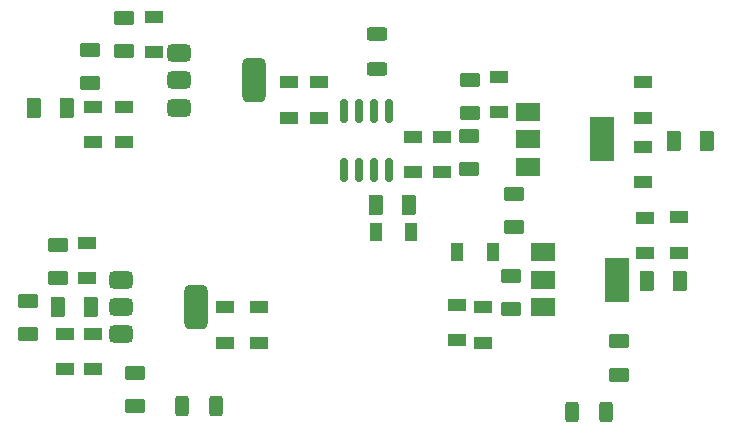
<source format=gtp>
G04 #@! TF.GenerationSoftware,KiCad,Pcbnew,8.0.2*
G04 #@! TF.CreationDate,2024-06-23T21:23:38-04:00*
G04 #@! TF.ProjectId,Homodyne,486f6d6f-6479-46e6-952e-6b696361645f,rev?*
G04 #@! TF.SameCoordinates,Original*
G04 #@! TF.FileFunction,Paste,Top*
G04 #@! TF.FilePolarity,Positive*
%FSLAX46Y46*%
G04 Gerber Fmt 4.6, Leading zero omitted, Abs format (unit mm)*
G04 Created by KiCad (PCBNEW 8.0.2) date 2024-06-23 21:23:38*
%MOMM*%
%LPD*%
G01*
G04 APERTURE LIST*
G04 Aperture macros list*
%AMRoundRect*
0 Rectangle with rounded corners*
0 $1 Rounding radius*
0 $2 $3 $4 $5 $6 $7 $8 $9 X,Y pos of 4 corners*
0 Add a 4 corners polygon primitive as box body*
4,1,4,$2,$3,$4,$5,$6,$7,$8,$9,$2,$3,0*
0 Add four circle primitives for the rounded corners*
1,1,$1+$1,$2,$3*
1,1,$1+$1,$4,$5*
1,1,$1+$1,$6,$7*
1,1,$1+$1,$8,$9*
0 Add four rect primitives between the rounded corners*
20,1,$1+$1,$2,$3,$4,$5,0*
20,1,$1+$1,$4,$5,$6,$7,0*
20,1,$1+$1,$6,$7,$8,$9,0*
20,1,$1+$1,$8,$9,$2,$3,0*%
G04 Aperture macros list end*
%ADD10RoundRect,0.375000X-0.625000X-0.375000X0.625000X-0.375000X0.625000X0.375000X-0.625000X0.375000X0*%
%ADD11RoundRect,0.500000X-0.500000X-1.400000X0.500000X-1.400000X0.500000X1.400000X-0.500000X1.400000X0*%
%ADD12RoundRect,0.250000X0.375000X0.625000X-0.375000X0.625000X-0.375000X-0.625000X0.375000X-0.625000X0*%
%ADD13RoundRect,0.250000X-0.375000X-0.625000X0.375000X-0.625000X0.375000X0.625000X-0.375000X0.625000X0*%
%ADD14R,2.000000X1.500000*%
%ADD15R,2.000000X3.800000*%
%ADD16RoundRect,0.250000X-0.625000X0.375000X-0.625000X-0.375000X0.625000X-0.375000X0.625000X0.375000X0*%
%ADD17RoundRect,0.250000X0.625000X-0.375000X0.625000X0.375000X-0.625000X0.375000X-0.625000X-0.375000X0*%
%ADD18RoundRect,0.150000X0.150000X-0.825000X0.150000X0.825000X-0.150000X0.825000X-0.150000X-0.825000X0*%
%ADD19R,1.600000X1.000000*%
%ADD20R,1.000000X1.600000*%
%ADD21RoundRect,0.250000X-0.312500X-0.625000X0.312500X-0.625000X0.312500X0.625000X-0.312500X0.625000X0*%
%ADD22RoundRect,0.250000X0.312500X0.625000X-0.312500X0.625000X-0.312500X-0.625000X0.312500X-0.625000X0*%
%ADD23RoundRect,0.250000X0.625000X-0.312500X0.625000X0.312500X-0.625000X0.312500X-0.625000X-0.312500X0*%
G04 APERTURE END LIST*
D10*
X136790000Y-96600000D03*
X136790000Y-98900000D03*
X136790000Y-101200000D03*
D11*
X143090000Y-98900000D03*
D12*
X181490000Y-104020000D03*
X178690000Y-104020000D03*
D13*
X124450000Y-101190000D03*
X127250000Y-101190000D03*
D14*
X166310000Y-101590000D03*
X166310000Y-103890000D03*
D15*
X172610000Y-103890000D03*
D14*
X166310000Y-106190000D03*
D16*
X161350000Y-103590000D03*
X161350000Y-106390000D03*
D17*
X129200000Y-99100000D03*
X129200000Y-96300000D03*
X161380000Y-101640000D03*
X161380000Y-98840000D03*
D18*
X150735000Y-106455000D03*
X152005000Y-106455000D03*
X153275000Y-106455000D03*
X154545000Y-106455000D03*
X154545000Y-101505000D03*
X153275000Y-101505000D03*
X152005000Y-101505000D03*
X150735000Y-101505000D03*
D12*
X156260000Y-109450000D03*
X153460000Y-109450000D03*
D17*
X165100000Y-111300000D03*
X165100000Y-108500000D03*
D12*
X179180000Y-115840000D03*
X176380000Y-115840000D03*
D17*
X164840000Y-118230000D03*
X164840000Y-115430000D03*
D10*
X131860000Y-115780000D03*
X131860000Y-118080000D03*
X131860000Y-120380000D03*
D11*
X138160000Y-118080000D03*
D12*
X129286000Y-118059200D03*
X126486000Y-118059200D03*
D14*
X167540000Y-113460000D03*
X167540000Y-115760000D03*
D15*
X173840000Y-115760000D03*
D14*
X167540000Y-118060000D03*
D17*
X126542800Y-115598400D03*
X126542800Y-112798400D03*
D16*
X123952000Y-117573600D03*
X123952000Y-120373600D03*
D19*
X176240000Y-110532500D03*
X176240000Y-113532500D03*
X179070000Y-110490000D03*
X179070000Y-113490000D03*
X127101600Y-120343800D03*
X127101600Y-123343800D03*
D20*
X156440000Y-111760000D03*
X153440000Y-111760000D03*
D19*
X160300000Y-117900000D03*
X160300000Y-120900000D03*
X143510000Y-118110000D03*
X143510000Y-121110000D03*
X129500000Y-101140000D03*
X129500000Y-104140000D03*
X176000000Y-99060000D03*
X176000000Y-102060000D03*
D20*
X163300000Y-113400000D03*
X160300000Y-113400000D03*
D19*
X156540000Y-103680000D03*
X156540000Y-106680000D03*
X162500000Y-118100000D03*
X162500000Y-121100000D03*
X140680000Y-118110000D03*
X140680000Y-121110000D03*
X163830000Y-101600000D03*
X163830000Y-98600000D03*
X146050000Y-99060000D03*
X146050000Y-102060000D03*
X148590000Y-99060000D03*
X148590000Y-102060000D03*
X159020000Y-106680000D03*
X159020000Y-103680000D03*
X134620000Y-96520000D03*
X134620000Y-93520000D03*
X129006600Y-115622200D03*
X129006600Y-112622200D03*
X132080000Y-101140000D03*
X132080000Y-104140000D03*
D17*
X132080000Y-96400000D03*
X132080000Y-93600000D03*
D19*
X176000000Y-107500000D03*
X176000000Y-104500000D03*
X129463800Y-120343800D03*
X129463800Y-123343800D03*
D17*
X133000000Y-126500000D03*
X133000000Y-123700000D03*
D16*
X174000000Y-121000000D03*
X174000000Y-123800000D03*
D21*
X137000000Y-126500000D03*
X139925000Y-126500000D03*
D22*
X172925000Y-127000000D03*
X170000000Y-127000000D03*
D23*
X153500000Y-97925000D03*
X153500000Y-95000000D03*
M02*

</source>
